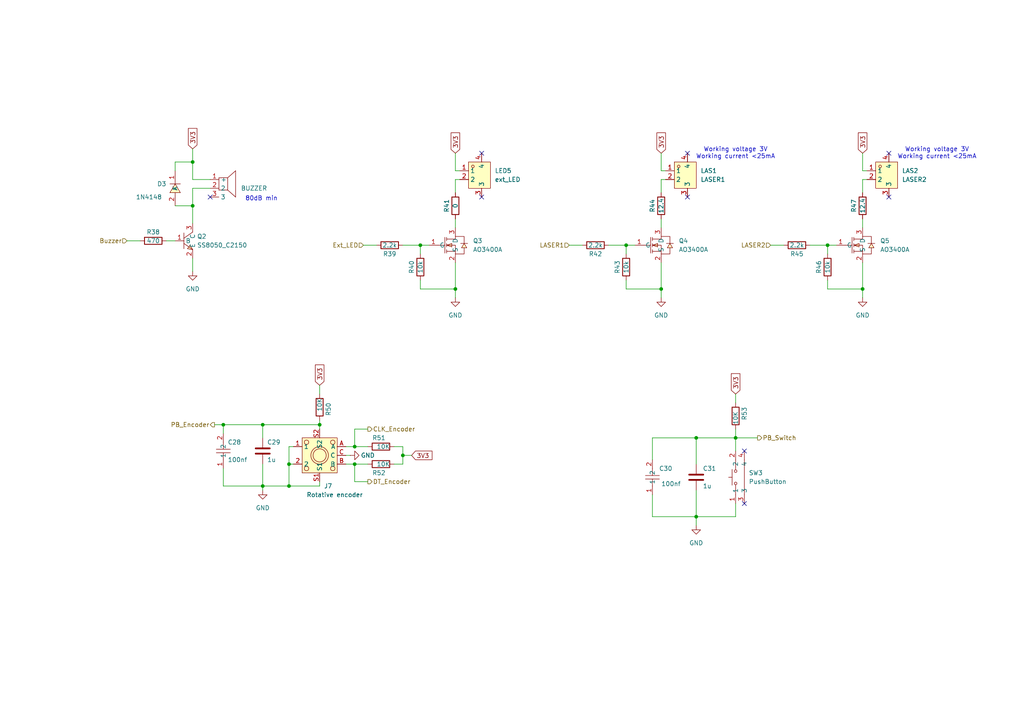
<source format=kicad_sch>
(kicad_sch (version 20250114) (generator "eeschema") (generator_version "9.0")
  (paper "A4")
  (lib_symbols
    (symbol "Device:C" (pin_numbers (hide yes)) (pin_names (offset 0.254))
      (property "Reference" "C" (at 0.635 2.54 0))
      (property "Value" "C" (at 0.635 -2.54 0))
      (symbol "C_0_1"
        (polyline (pts (xy -2.032 0.762) (xy 2.032 0.762)) (stroke (width 0.508)))
        (polyline (pts (xy -2.032 -0.762) (xy 2.032 -0.762)) (stroke (width 0.508)))
      )
      (symbol "C_1_1"
        (pin passive line (at 0 3.81 270) (length 2.794) (name "~") (number "1"))
        (pin passive line (at 0 -3.81 90) (length 2.794) (name "~") (number "2"))
      )
    )
    (symbol "Device:R" (pin_numbers (hide yes)) (pin_names (offset 0))
      (property "Reference" "R" (at 2.032 0 90))
      (property "Value" "R" (at 0 0 90))
      (symbol "R_0_1"
        (rectangle (start -1.016 -2.54) (end 1.016 2.54) (stroke (width 0.254)))
      )
      (symbol "R_1_1"
        (pin passive line (at 0 3.81 270) (length 1.27) (name "~") (number "1"))
        (pin passive line (at 0 -3.81 90) (length 1.27) (name "~") (number "2"))
      )
    )
    (symbol "easyeda2kicad:1N4148W_C81598"
      (property "Reference" "D" (at 0 5.08 0))
      (property "Value" "1N4148W_C81598" (at 0 -5.08 0))
      (symbol "1N4148W_C81598_0_1"
        (polyline (pts (xy -1.27 -1.52) (xy -1.27 1.52)))
        (polyline (pts (xy 1.27 1.52) (xy -1.27 0) (xy 1.27 -1.52) (xy 1.27 1.52)) (fill (type background)))
        (pin unspecified line (at -5.08 0 0) (length 3.81) (name "K") (number "1"))
        (pin unspecified line (at 5.08 0 180) (length 3.81) (name "A") (number "2"))
      )
    )
    (symbol "easyeda2kicad:ED08905M-FE15C7.0-C10-2053"
      (property "Reference" "U" (at 0 12.7 0))
      (property "Value" "ED08905M-FE15C7.0-C10-2053" (at 0 -12.7 0))
      (symbol "ED08905M-FE15C7.0-C10-2053_0_1"
        (rectangle (start -5.08 5.08) (end 5.08 -5.08) (fill (type background)))
        (circle (center -3.81 3.81) (radius 0.64))
        (circle (center -3.81 -3.81) (radius 0.64))
        (circle (center 0 0) (radius 1.91))
        (circle (center 0 0) (radius 2.54))
        (circle (center 3.81 3.81) (radius 0.64))
        (circle (center 3.81 -3.81) (radius 0.64))
        (pin unspecified line (at -7.62 0 0) (length 2.54) (name "S1") (number "S1"))
        (pin unspecified line (at -2.54 7.62 270) (length 2.54) (name "2") (number "2"))
        (pin unspecified line (at -2.54 -7.62 90) (length 2.54) (name "B") (number "B"))
        (pin unspecified line (at 0 -7.62 90) (length 2.54) (name "C") (number "C"))
        (pin unspecified line (at 2.54 7.62 270) (length 2.54) (name "1") (number "1"))
        (pin unspecified line (at 2.54 -7.62 90) (length 2.54) (name "A") (number "A"))
        (pin unspecified line (at 7.62 0 180) (length 2.54) (name "S2") (number "S2"))
      )
    )
    (symbol "easyeda2kicad:FST-5025"
      (property "Reference" "BUZZER" (at 0 7.62 0))
      (property "Value" "FST-5025" (at 0 -7.62 0))
      (symbol "FST-5025_0_1"
        (polyline (pts (xy 0 3.05) (xy 0 -0.51)))
        (polyline (pts (xy 0 3.05) (xy 2.54 3.05)))
        (polyline (pts (xy 0 -0.51) (xy 2.54 -0.51)))
        (polyline (pts (xy 2.54 3.05) (xy 2.54 -0.51)))
        (polyline (pts (xy 2.54 -0.51) (xy 4.83 -2.54)))
        (polyline (pts (xy 4.83 5.08) (xy 2.54 3.05)))
        (polyline (pts (xy 4.83 5.08) (xy 4.83 -2.54)))
        (pin unspecified line (at -2.54 2.54 0) (length 2.54) (name "+") (number "1"))
        (pin unspecified line (at -2.54 0 0) (length 2.54) (name "2") (number "2"))
        (pin unspecified line (at -2.54 -2.54 0) (length 2.54) (name "3") (number "3"))
      )
    )
    (symbol "easyeda2kicad:SKHHNJA010"
      (property "Reference" "SW" (at 0 5.08 0))
      (property "Value" "SKHHNJA010" (at 0 -7.62 0))
      (symbol "SKHHNJA010_0_1"
        (polyline (pts (xy -5.08 -2.54) (xy 5.08 -2.54)))
        (polyline (pts (xy -2.29 1.02) (xy 2.29 1.02)))
        (polyline (pts (xy -2.29 0) (xy -5.08 0)))
        (circle (center -1.78 0) (radius 0.38))
        (polyline (pts (xy 0 1.02) (xy 0 2.03)))
        (circle (center 1.78 0) (radius 0.38))
        (polyline (pts (xy 2.29 0) (xy 5.08 0) (xy 5.08 0)))
        (pin unspecified line (at -7.62 0 0) (length 2.54) (name "1") (number "1"))
        (pin unspecified line (at -7.62 -2.54 0) (length 2.54) (name "3") (number "3"))
        (pin unspecified line (at 7.62 0 180) (length 2.54) (name "2") (number "2"))
        (pin unspecified line (at 7.62 -2.54 180) (length 2.54) (name "4") (number "4"))
      )
    )
    (symbol "easyeda2kicad:SS8050_C2150"
      (property "Reference" "Q" (at 0 10.16 0))
      (property "Value" "SS8050_C2150" (at 0 -10.16 0))
      (symbol "SS8050_C2150_0_1"
        (polyline (pts (xy -2.54 2.29) (xy -2.54 -2.29)))
        (polyline (pts (xy -2.54 -0.76) (xy 0 -2.54)))
        (polyline (pts (xy 0 2.54) (xy -2.54 0.76)))
        (polyline (pts (xy 0 -2.54) (xy -0.76 -1.27) (xy -1.52 -2.29) (xy 0 -2.54)) (fill (type background)))
        (pin unspecified line (at -5.08 0 0) (length 2.54) (name "B") (number "1"))
        (pin unspecified line (at 0 5.08 270) (length 2.54) (name "C") (number "3"))
        (pin unspecified line (at 0 -5.08 90) (length 2.54) (name "E") (number "2"))
      )
    )
    (symbol "easyeda2kicad:WAFER-MX1.25-2PWB"
      (property "Reference" "U" (at 0 11.43 0))
      (property "Value" "WAFER-MX1.25-2PWB" (at 0 -11.43 0))
      (symbol "WAFER-MX1.25-2PWB_0_1"
        (rectangle (start -1.27 3.81) (end 5.08 -3.81) (fill (type background)))
        (circle (center 0 2.54) (radius 0.38))
        (pin unspecified line (at -3.81 1.27 0) (length 2.54) (name "1") (number "1"))
        (pin unspecified line (at -3.81 -1.27 0) (length 2.54) (name "2") (number "2"))
        (pin unspecified line (at 2.54 6.35 270) (length 2.54) (name "4") (number "4"))
        (pin unspecified line (at 2.54 -6.35 90) (length 2.54) (name "3") (number "3"))
      )
    )
    (symbol "jlcpcb_parts:AO3400A"
      (property "Reference" "Q" (at 0 10.16 0))
      (property "Value" "AO3400A" (at 0 -10.16 0))
      (symbol "AO3400A_0_1"
        (polyline (pts (xy -2.54 0) (xy -0.51 0)))
        (polyline (pts (xy -0.51 2.29) (xy -0.51 -2.29)))
        (polyline (pts (xy 0 2.29) (xy 0 1.27)))
        (polyline (pts (xy 0 1.78) (xy 2.54 1.78) (xy 2.54 2.54) (xy 5.08 2.54) (xy 5.08 0.51)))
        (polyline (pts (xy 0 0) (xy 1.52 -0.51) (xy 1.52 0.51) (xy 0 0)) (fill (type background)))
        (polyline (pts (xy 0 0) (xy 2.54 0) (xy 2.54 -2.54) (xy 5.08 -2.54) (xy 5.08 -0.76)))
        (polyline (pts (xy 0 -0.51) (xy 0 0.51)))
        (polyline (pts (xy 0 -2.29) (xy 0 -1.27)))
        (polyline (pts (xy 2.54 -1.78) (xy 0 -1.78)))
        (polyline (pts (xy 5.08 0.51) (xy 4.32 -0.76) (xy 5.84 -0.76) (xy 5.08 0.51)) (fill (type background)))
        (polyline (pts (xy 6.1 0.51) (xy 5.59 0.51) (xy 4.57 0.51) (xy 4.06 0.51)))
        (pin unspecified line (at -5.08 0 0) (length 2.54) (name "G") (number "1"))
        (pin unspecified line (at 2.54 5.08 270) (length 2.54) (name "D") (number "3"))
        (pin unspecified line (at 2.54 -5.08 90) (length 2.54) (name "S") (number "2"))
      )
    )
    (symbol "jlcpcb_parts:CC0603KRX7R9BB104"
      (property "Reference" "C" (at 0 5.08 0))
      (property "Value" "CC0603KRX7R9BB104" (at 0 -5.08 0))
      (symbol "CC0603KRX7R9BB104_0_1"
        (polyline (pts (xy -0.51 0) (xy -2.54 0)))
        (polyline (pts (xy -0.51 -2.03) (xy -0.51 2.03)))
        (polyline (pts (xy 0.51 2.03) (xy 0.51 -2.03)))
        (polyline (pts (xy 2.54 0) (xy 0.51 0)))
        (pin unspecified line (at -5.08 0 0) (length 2.54) (name "1") (number "1"))
        (pin unspecified line (at 5.08 0 180) (length 2.54) (name "2") (number "2"))
      )
    )
    (symbol "power:GND" (power) (pin_numbers (hide yes)) (pin_names (offset 0) (hide yes))
      (property "Value" "GND" (at 0 -3.81 0))
      (symbol "GND_0_1"
        (polyline (pts (xy 0 0) (xy 0 -1.27) (xy 1.27 -1.27) (xy 0 -2.54) (xy -1.27 -1.27) (xy 0 -1.27)))
      )
      (symbol "GND_1_1"
        (pin power_in line (at 0 0 270) (length 0) (name "~") (number "1"))
      )
    )
  )
  (text "Working voltage 3V\nWorking current <25mA" (at 271.78 44.45 0) (effects (font (size 1.27 1.27))))
  (text "Working voltage 3V\nWorking current <25mA" (at 213.36 44.45 0) (effects (font (size 1.27 1.27))))
  (text "80dB min" (at 71.12 58.42 0) (effects (font (size 1.27 1.27)) (justify left bottom)))
  (junction (at 240.03 71.12))
  (junction (at 201.93 127))
  (junction (at 83.82 140.97))
  (junction (at 55.88 59.69))
  (junction (at 92.71 123.19))
  (junction (at 102.87 134.62))
  (junction (at 83.82 134.62))
  (junction (at 250.19 83.82))
  (junction (at 64.77 123.19))
  (junction (at 213.36 127))
  (junction (at 132.08 83.82))
  (junction (at 116.84 132.08))
  (junction (at 76.2 140.97))
  (junction (at 181.61 71.12))
  (junction (at 191.77 83.82))
  (junction (at 55.88 46.99))
  (junction (at 201.93 149.86))
  (junction (at 76.2 123.19))
  (junction (at 121.92 71.12))
  (junction (at 102.87 129.54))
  (no_connect (at 139.7 44.45))
  (no_connect (at 60.96 57.15))
  (no_connect (at 215.9 146.05))
  (no_connect (at 257.81 44.45))
  (no_connect (at 139.7 57.15))
  (no_connect (at 199.39 57.15))
  (no_connect (at 215.9 130.81))
  (no_connect (at 257.81 57.15))
  (no_connect (at 199.39 44.45))
  (wire (pts (xy 50.8 49.53) (xy 50.8 46.99)))
  (wire (pts (xy 102.87 139.7) (xy 102.87 134.62)))
  (wire (pts (xy 76.2 134.62) (xy 76.2 140.97)))
  (wire (pts (xy 250.19 52.07) (xy 250.19 55.88)))
  (wire (pts (xy 223.52 71.12) (xy 227.33 71.12)))
  (wire (pts (xy 83.82 129.54) (xy 83.82 134.62)))
  (wire (pts (xy 106.68 139.7) (xy 102.87 139.7)))
  (wire (pts (xy 83.82 129.54) (xy 85.09 129.54)))
  (wire (pts (xy 92.71 140.97) (xy 92.71 139.7)))
  (wire (pts (xy 165.1 71.12) (xy 168.91 71.12)))
  (wire (pts (xy 55.88 54.61) (xy 55.88 59.69)))
  (wire (pts (xy 100.33 132.08) (xy 101.6 132.08)))
  (wire (pts (xy 191.77 63.5) (xy 191.77 66.04)))
  (wire (pts (xy 106.68 134.62) (xy 102.87 134.62)))
  (wire (pts (xy 50.8 59.69) (xy 55.88 59.69)))
  (wire (pts (xy 102.87 129.54) (xy 106.68 129.54)))
  (wire (pts (xy 102.87 124.46) (xy 106.68 124.46)))
  (wire (pts (xy 240.03 71.12) (xy 242.57 71.12)))
  (wire (pts (xy 83.82 140.97) (xy 92.71 140.97)))
  (wire (pts (xy 189.23 127) (xy 201.93 127)))
  (wire (pts (xy 121.92 71.12) (xy 124.46 71.12)))
  (wire (pts (xy 64.77 135.89) (xy 64.77 140.97)))
  (wire (pts (xy 116.84 71.12) (xy 121.92 71.12)))
  (wire (pts (xy 189.23 149.86) (xy 201.93 149.86)))
  (wire (pts (xy 250.19 83.82) (xy 250.19 86.36)))
  (wire (pts (xy 191.77 52.07) (xy 193.04 52.07)))
  (wire (pts (xy 102.87 129.54) (xy 102.87 124.46)))
  (wire (pts (xy 191.77 49.53) (xy 193.04 49.53)))
  (wire (pts (xy 213.36 114.3) (xy 213.36 116.84)))
  (wire (pts (xy 55.88 43.18) (xy 55.88 46.99)))
  (wire (pts (xy 132.08 76.2) (xy 132.08 83.82)))
  (wire (pts (xy 48.26 69.85) (xy 50.8 69.85)))
  (wire (pts (xy 181.61 71.12) (xy 184.15 71.12)))
  (wire (pts (xy 132.08 52.07) (xy 133.35 52.07)))
  (wire (pts (xy 55.88 59.69) (xy 55.88 64.77)))
  (wire (pts (xy 92.71 123.19) (xy 92.71 124.46)))
  (wire (pts (xy 105.41 71.12) (xy 109.22 71.12)))
  (wire (pts (xy 250.19 63.5) (xy 250.19 66.04)))
  (wire (pts (xy 121.92 81.28) (xy 121.92 83.82)))
  (wire (pts (xy 121.92 71.12) (xy 121.92 73.66)))
  (wire (pts (xy 76.2 123.19) (xy 92.71 123.19)))
  (wire (pts (xy 250.19 76.2) (xy 250.19 83.82)))
  (wire (pts (xy 189.23 143.51) (xy 189.23 149.86)))
  (wire (pts (xy 114.3 129.54) (xy 116.84 129.54)))
  (wire (pts (xy 116.84 129.54) (xy 116.84 132.08)))
  (wire (pts (xy 213.36 127) (xy 219.71 127)))
  (wire (pts (xy 201.93 134.62) (xy 201.93 127)))
  (wire (pts (xy 234.95 71.12) (xy 240.03 71.12)))
  (wire (pts (xy 250.19 52.07) (xy 251.46 52.07)))
  (wire (pts (xy 213.36 127) (xy 213.36 124.46)))
  (wire (pts (xy 191.77 76.2) (xy 191.77 83.82)))
  (wire (pts (xy 240.03 71.12) (xy 240.03 73.66)))
  (wire (pts (xy 116.84 132.08) (xy 116.84 134.62)))
  (wire (pts (xy 181.61 81.28) (xy 181.61 83.82)))
  (wire (pts (xy 83.82 134.62) (xy 85.09 134.62)))
  (wire (pts (xy 213.36 127) (xy 213.36 130.81)))
  (wire (pts (xy 191.77 52.07) (xy 191.77 55.88)))
  (wire (pts (xy 114.3 134.62) (xy 116.84 134.62)))
  (wire (pts (xy 132.08 83.82) (xy 121.92 83.82)))
  (wire (pts (xy 181.61 71.12) (xy 181.61 73.66)))
  (wire (pts (xy 250.19 83.82) (xy 240.03 83.82)))
  (wire (pts (xy 64.77 123.19) (xy 76.2 123.19)))
  (wire (pts (xy 55.88 52.07) (xy 60.96 52.07)))
  (wire (pts (xy 62.23 123.19) (xy 64.77 123.19)))
  (wire (pts (xy 191.77 83.82) (xy 181.61 83.82)))
  (wire (pts (xy 116.84 132.08) (xy 119.38 132.08)))
  (wire (pts (xy 176.53 71.12) (xy 181.61 71.12)))
  (wire (pts (xy 201.93 127) (xy 213.36 127)))
  (wire (pts (xy 189.23 133.35) (xy 189.23 127)))
  (wire (pts (xy 55.88 74.93) (xy 55.88 78.74)))
  (wire (pts (xy 76.2 140.97) (xy 83.82 140.97)))
  (wire (pts (xy 100.33 129.54) (xy 102.87 129.54)))
  (wire (pts (xy 201.93 149.86) (xy 213.36 149.86)))
  (wire (pts (xy 201.93 142.24) (xy 201.93 149.86)))
  (wire (pts (xy 240.03 81.28) (xy 240.03 83.82)))
  (wire (pts (xy 92.71 111.76) (xy 92.71 114.3)))
  (wire (pts (xy 191.77 44.45) (xy 191.77 49.53)))
  (wire (pts (xy 55.88 46.99) (xy 55.88 52.07)))
  (wire (pts (xy 191.77 83.82) (xy 191.77 86.36)))
  (wire (pts (xy 132.08 44.45) (xy 132.08 49.53)))
  (wire (pts (xy 250.19 49.53) (xy 251.46 49.53)))
  (wire (pts (xy 132.08 83.82) (xy 132.08 86.36)))
  (wire (pts (xy 36.83 69.85) (xy 40.64 69.85)))
  (wire (pts (xy 250.19 44.45) (xy 250.19 49.53)))
  (wire (pts (xy 132.08 49.53) (xy 133.35 49.53)))
  (wire (pts (xy 102.87 134.62) (xy 100.33 134.62)))
  (wire (pts (xy 201.93 149.86) (xy 201.93 152.4)))
  (wire (pts (xy 64.77 125.73) (xy 64.77 123.19)))
  (wire (pts (xy 60.96 54.61) (xy 55.88 54.61)))
  (wire (pts (xy 132.08 52.07) (xy 132.08 55.88)))
  (wire (pts (xy 83.82 134.62) (xy 83.82 140.97)))
  (wire (pts (xy 92.71 121.92) (xy 92.71 123.19)))
  (wire (pts (xy 132.08 63.5) (xy 132.08 66.04)))
  (wire (pts (xy 50.8 46.99) (xy 55.88 46.99)))
  (wire (pts (xy 76.2 140.97) (xy 76.2 142.24)))
  (wire (pts (xy 64.77 140.97) (xy 76.2 140.97)))
  (wire (pts (xy 213.36 149.86) (xy 213.36 146.05)))
  (wire (pts (xy 76.2 127) (xy 76.2 123.19)))
  (global_label "3V3" (shape input) (at 213.36 114.3 90) (property "Intersheetrefs" "${INTERSHEET_REFS}" (effects (hide yes))))
  (global_label "3V3" (shape input) (at 119.38 132.08 0) (property "Intersheetrefs" "${INTERSHEET_REFS}" (effects (hide yes))))
  (global_label "3V3" (shape input) (at 191.77 44.45 90) (property "Intersheetrefs" "${INTERSHEET_REFS}" (effects (hide yes))))
  (global_label "3V3" (shape input) (at 132.08 44.45 90) (property "Intersheetrefs" "${INTERSHEET_REFS}" (effects (hide yes))))
  (global_label "3V3" (shape input) (at 55.88 43.18 90) (property "Intersheetrefs" "${INTERSHEET_REFS}" (effects (hide yes))))
  (global_label "3V3" (shape input) (at 92.71 111.76 90) (property "Intersheetrefs" "${INTERSHEET_REFS}" (effects (hide yes))))
  (global_label "3V3" (shape input) (at 250.19 44.45 90) (property "Intersheetrefs" "${INTERSHEET_REFS}" (effects (hide yes))))
  (hierarchical_label "PB_Encoder" (shape output) (at 62.23 123.19 180) (effects (font (thickness 0.1588))))
  (hierarchical_label "PB_Switch" (shape output) (at 219.71 127 0) (effects (font (thickness 0.1588))))
  (hierarchical_label "Buzzer" (shape input) (at 36.83 69.85 180))
  (hierarchical_label "LASER2" (shape input) (at 223.52 71.12 180))
  (hierarchical_label "Ext_LED" (shape input) (at 105.41 71.12 180))
  (hierarchical_label "DT_Encoder" (shape output) (at 106.68 139.7 0) (effects (font (thickness 0.1588))))
  (hierarchical_label "LASER1" (shape input) (at 165.1 71.12 180))
  (hierarchical_label "CLK_Encoder" (shape output) (at 106.68 124.46 0) (effects (font (thickness 0.1588))))
  (symbol (lib_id "Device:C") (at 76.2 130.81 0) (unit 1)
    (property "Reference" "C29" (at 77.47 128.27 0) (effects (justify left)))
    (property "Value" "1u" (at 77.47 133.35 0) (effects (justify left)))
    (property "Footprint" "easyeda2kicad:C0603" (effects (hide yes)))
    (property "LCSC part" "C15849" (effects (hide yes)))
  )
  (symbol (lib_id "Device:R") (at 250.19 59.69 0) (mirror y) (unit 1)
    (property "Reference" "R47" (at 247.65 59.69 90))
    (property "Value" "12.4" (at 250.19 59.69 90))
    (property "Footprint" "easyeda2kicad:R0603" (effects (hide yes)))
    (property "Description" "R>12Ohm, P>7.5mW" (effects (hide yes)))
    (property "LCSC Part" "C22786" (effects (hide yes)))
  )
  (symbol (lib_id "Device:R") (at 44.45 69.85 90) (unit 1)
    (property "Reference" "R38" (at 44.45 67.31 90))
    (property "Value" "470" (at 44.45 69.85 90))
    (property "Footprint" "easyeda2kicad:R0603" (effects (hide yes)))
    (property "LCSC" "C441919" (effects (hide yes)))
  )
  (symbol (lib_id "Device:R") (at 132.08 59.69 0) (mirror y) (unit 1)
    (property "Reference" "R41" (at 129.54 59.69 90))
    (property "Value" "0" (at 132.08 59.69 90))
    (property "Footprint" "easyeda2kicad:R0603" (effects (hide yes)))
    (property "LCSC Part" "C17888" (effects (hide yes)))
  )
  (symbol (lib_id "power:GND") (at 191.77 86.36 0) (unit 1)
    (property "Reference" "#PWR016" (effects (hide yes)))
    (property "Value" "GND" (at 191.77 91.44 0))
    (property "Description" "Power symbol creates a global label with name \"GND\" , ground" (effects (hide yes)))
  )
  (symbol (lib_id "power:GND") (at 101.6 132.08 90) (unit 1)
    (property "Reference" "#PWR019" (effects (hide yes)))
    (property "Value" "GND" (at 106.68 132.08 90))
    (property "Description" "Power symbol creates a global label with name \"GND\" , ground" (effects (hide yes)))
  )
  (symbol (lib_id "easyeda2kicad:1N4148W_C81598") (at 50.8 54.61 90) (mirror x) (unit 1)
    (property "Reference" "D3" (at 48.26 53.34 90) (effects (justify left)))
    (property "Value" "1N4148" (at 46.99 57.15 90) (effects (justify left)))
    (property "Footprint" "easyeda2kicad:SOD-123F_L2.7-W1.6-LS3.8-RD" (effects (hide yes)))
    (property "Datasheet" "https://lcsc.com/product-detail/Switching-Diode_1N4148W_C81598.html" (effects (hide yes)))
    (property "LCSC Part" "C81598" (effects (hide yes)))
    (property "LCSC" "C81598" (effects (hide yes)))
  )
  (symbol (lib_id "easyeda2kicad:ED08905M-FE15C7.0-C10-2053") (at 92.71 132.08 90) (unit 1)
    (property "Reference" "J7" (at 93.98 140.97 90) (effects (justify right)))
    (property "Value" "Rotative encoder" (at 88.9 143.51 90) (effects (justify right)))
    (property "Footprint" "easyeda2kicad:SW-TH_CTR_ED08905M-FE15C7.0-C10-2053" (effects (hide yes)))
    (property "Description" "ED08905M-FE15C7.0-C10-2053" (effects (hide yes)))
    (property "LCSC Part" "C18213469" (effects (hide yes)))
  )
  (symbol (lib_id "Device:C") (at 201.93 138.43 0) (unit 1)
    (property "Reference" "C31" (at 203.835 135.89 0) (effects (justify left)))
    (property "Value" "1u" (at 203.835 140.97 0) (effects (justify left)))
    (property "Footprint" "easyeda2kicad:C0603" (effects (hide yes)))
    (property "LCSC part" "C15849" (effects (hide yes)))
  )
  (symbol (lib_id "easyeda2kicad:SS8050_C2150") (at 55.88 69.85 0) (unit 1)
    (property "Reference" "Q2" (at 57.15 68.58 0) (effects (justify left)))
    (property "Value" "SS8050_C2150" (at 57.15 71.12 0) (effects (justify left)))
    (property "Footprint" "easyeda2kicad:SOT-23-3_L2.9-W1.3-P1.90-LS2.4-BR" (effects (hide yes)))
    (property "Datasheet" "https://lcsc.com/product-detail/Transistors-NPN-PNP_SS8050-Y1-200-350_C2150.html" (effects (hide yes)))
    (property "LCSC Part" "C2150" (effects (hide yes)))
    (property "LCSC" "C2150" (effects (hide yes)))
  )
  (symbol (lib_id "Device:R") (at 121.92 77.47 180) (unit 1)
    (property "Reference" "R40" (at 119.38 77.47 90))
    (property "Value" "10k" (at 121.92 77.47 90))
    (property "Footprint" "easyeda2kicad:R0603" (effects (hide yes)))
    (property "LCSC Part" "C25804" (effects (hide yes)))
  )
  (symbol (lib_id "Device:R") (at 240.03 77.47 180) (unit 1)
    (property "Reference" "R46" (at 237.49 77.47 90))
    (property "Value" "10k" (at 240.03 77.47 90))
    (property "Footprint" "easyeda2kicad:R0603" (effects (hide yes)))
    (property "LCSC Part" "C25804" (effects (hide yes)))
  )
  (symbol (lib_id "Device:R") (at 191.77 59.69 0) (mirror y) (unit 1)
    (property "Reference" "R44" (at 189.23 59.69 90))
    (property "Value" "12.4" (at 191.77 59.69 90))
    (property "Footprint" "easyeda2kicad:R0603" (effects (hide yes)))
    (property "Description" "R>12Ohm, P>7.5mW" (effects (hide yes)))
    (property "LCSC Part" "C22786" (effects (hide yes)))
  )
  (symbol (lib_id "power:GND") (at 201.93 152.4 0) (unit 1)
    (property "Reference" "#PWR020" (effects (hide yes)))
    (property "Value" "GND" (at 201.93 157.48 0))
    (property "Description" "Power symbol creates a global label with name \"GND\" , ground" (effects (hide yes)))
  )
  (symbol (lib_id "jlcpcb_parts:CC0603KRX7R9BB104") (at 64.77 130.81 90) (unit 1)
    (property "Reference" "C28" (at 66.04 128.27 90) (effects (justify right)))
    (property "Value" "100nf" (at 66.04 133.35 90) (effects (justify right)))
    (property "Footprint" "easyeda2kicad:C0603" (effects (hide yes)))
    (property "Datasheet" "https://lcsc.com/product-detail/Multilayer-Ceramic-Capacitors-MLCC-SMD-SMT_100nF-104-10-50V_C14663.html" (effects (hide yes)))
    (property "LCSC Part" "C14663" (effects (hide yes)))
  )
  (symbol (lib_id "power:GND") (at 76.2 142.24 0) (unit 1)
    (property "Reference" "#PWR018" (effects (hide yes)))
    (property "Value" "GND" (at 76.2 147.32 0))
    (property "Description" "Power symbol creates a global label with name \"GND\" , ground" (effects (hide yes)))
  )
  (symbol (lib_id "easyeda2kicad:WAFER-MX1.25-2PWB") (at 137.16 50.8 0) (unit 1)
    (property "Reference" "LED5" (at 143.51 49.5299 0) (effects (justify left)))
    (property "Value" "ext_LED" (at 143.51 52.0699 0) (effects (justify left)))
    (property "Footprint" "easyeda2kicad:CONN-SMD_2P-P1.25_XUNPU_WAFER-MX1.25-2PWB" (effects (hide yes)))
    (property "Description" "WAFER-MX1.25-2PWB" (effects (hide yes)))
    (property "LCSC Part" "C3029359" (effects (hide yes)))
  )
  (symbol (lib_id "easyeda2kicad:FST-5025") (at 63.5 54.61 0) (unit 1)
    (property "Reference" "BUZZER1" (effects (hide yes)))
    (property "Value" "BUZZER" (at 69.85 54.61 0) (effects (justify left)))
    (property "Footprint" "easyeda2kicad:BUZ-SMD_FST-5025" (effects (hide yes)))
    (property "Datasheet" "https://lcsc.com/product-detail/Buzzers_FST-FST-5025_C391030.html" (effects (hide yes)))
    (property "Description" "FST-5025" (effects (hide yes)))
    (property "LCSC Part" "C391030" (effects (hide yes)))
    (property "LCSC" "C391030" (effects (hide yes)))
  )
  (symbol (lib_id "Device:R") (at 113.03 71.12 270) (unit 1)
    (property "Reference" "R39" (at 113.03 73.66 90))
    (property "Value" "2.2k" (at 113.03 71.12 90))
    (property "Footprint" "easyeda2kicad:R0603" (effects (hide yes)))
    (property "LCSC Part" "C4190" (effects (hide yes)))
  )
  (symbol (lib_id "easyeda2kicad:WAFER-MX1.25-2PWB") (at 196.85 50.8 0) (unit 1)
    (property "Reference" "LAS1" (at 203.2 49.5299 0) (effects (justify left)))
    (property "Value" "LASER1" (at 203.2 52.0699 0) (effects (justify left)))
    (property "Footprint" "easyeda2kicad:CONN-SMD_2P-P1.25_XUNPU_WAFER-MX1.25-2PWB" (effects (hide yes)))
    (property "Description" "WAFER-MX1.25-2PWB" (effects (hide yes)))
    (property "LCSC Part" "C3029359" (effects (hide yes)))
  )
  (symbol (lib_id "jlcpcb_parts:AO3400A") (at 247.65 71.12 0) (unit 1)
    (property "Reference" "Q5" (at 255.27 69.85 0) (effects (justify left)))
    (property "Value" "AO3400A" (at 255.27 72.39 0) (effects (justify left)))
    (property "Footprint" "easyeda2kicad:SOT-23-3_L2.9-W1.3-P1.90-LS2.4-BR" (effects (hide yes)))
    (property "Datasheet" "https://lcsc.com/product-detail/MOSFET_AOS_AO3400A_AO3400A_C20917.html" (effects (hide yes)))
    (property "LCSC Part" "C20917" (effects (hide yes)))
  )
  (symbol (lib_id "easyeda2kicad:WAFER-MX1.25-2PWB") (at 255.27 50.8 0) (unit 1)
    (property "Reference" "LAS2" (at 261.62 49.5299 0) (effects (justify left)))
    (property "Value" "LASER2" (at 261.62 52.0699 0) (effects (justify left)))
    (property "Footprint" "easyeda2kicad:CONN-SMD_2P-P1.25_XUNPU_WAFER-MX1.25-2PWB" (effects (hide yes)))
    (property "Description" "WAFER-MX1.25-2PWB" (effects (hide yes)))
    (property "LCSC Part" "C3029359" (effects (hide yes)))
  )
  (symbol (lib_id "jlcpcb_parts:AO3400A") (at 129.54 71.12 0) (unit 1)
    (property "Reference" "Q3" (at 137.16 69.85 0) (effects (justify left)))
    (property "Value" "AO3400A" (at 137.16 72.39 0) (effects (justify left)))
    (property "Footprint" "easyeda2kicad:SOT-23-3_L2.9-W1.3-P1.90-LS2.4-BR" (effects (hide yes)))
    (property "Datasheet" "https://lcsc.com/product-detail/MOSFET_AOS_AO3400A_AO3400A_C20917.html" (effects (hide yes)))
    (property "LCSC Part" "C20917" (effects (hide yes)))
  )
  (symbol (lib_id "Device:R") (at 92.71 118.11 0) (unit 1)
    (property "Reference" "R50" (at 95.25 120.65 90) (effects (justify left)))
    (property "Value" "10K" (at 92.71 119.38 90) (effects (justify left)))
    (property "Footprint" "easyeda2kicad:R0603" (effects (hide yes)))
    (property "LCSC Part" "C25804" (effects (hide yes)))
  )
  (symbol (lib_id "Device:R") (at 110.49 134.62 270) (unit 1)
    (property "Reference" "R52" (at 107.95 137.16 90) (effects (justify left)))
    (property "Value" "10K" (at 109.22 134.62 90) (effects (justify left)))
    (property "Footprint" "easyeda2kicad:R0603" (effects (hide yes)))
    (property "LCSC Part" "C25804" (effects (hide yes)))
  )
  (symbol (lib_id "Device:R") (at 181.61 77.47 180) (unit 1)
    (property "Reference" "R43" (at 179.07 77.47 90))
    (property "Value" "10k" (at 181.61 77.47 90))
    (property "Footprint" "easyeda2kicad:R0603" (effects (hide yes)))
    (property "LCSC Part" "C25804" (effects (hide yes)))
  )
  (symbol (lib_id "jlcpcb_parts:CC0603KRX7R9BB104") (at 189.23 138.43 90) (unit 1)
    (property "Reference" "C30" (at 191.135 135.89 90) (effects (justify right)))
    (property "Value" "100nf" (at 191.77 140.335 90) (effects (justify right)))
    (property "Footprint" "easyeda2kicad:C0603" (effects (hide yes)))
    (property "Datasheet" "https://lcsc.com/product-detail/Multilayer-Ceramic-Capacitors-MLCC-SMD-SMT_100nF-104-10-50V_C14663.html" (effects (hide yes)))
    (property "LCSC Part" "C14663" (effects (hide yes)))
  )
  (symbol (lib_id "jlcpcb_parts:AO3400A") (at 189.23 71.12 0) (unit 1)
    (property "Reference" "Q4" (at 196.85 69.85 0) (effects (justify left)))
    (property "Value" "AO3400A" (at 196.85 72.39 0) (effects (justify left)))
    (property "Footprint" "easyeda2kicad:SOT-23-3_L2.9-W1.3-P1.90-LS2.4-BR" (effects (hide yes)))
    (property "Datasheet" "https://lcsc.com/product-detail/MOSFET_AOS_AO3400A_AO3400A_C20917.html" (effects (hide yes)))
    (property "LCSC Part" "C20917" (effects (hide yes)))
  )
  (symbol (lib_id "Device:R") (at 231.14 71.12 270) (unit 1)
    (property "Reference" "R45" (at 231.14 73.66 90))
    (property "Value" "2.2k" (at 231.14 71.12 90))
    (property "Footprint" "easyeda2kicad:R0603" (effects (hide yes)))
    (property "LCSC Part" "C4190" (effects (hide yes)))
  )
  (symbol (lib_id "Device:R") (at 213.36 120.65 0) (unit 1)
    (property "Reference" "R53" (at 215.9 121.92 90) (effects (justify left)))
    (property "Value" "10K" (at 213.36 123.19 90) (effects (justify left)))
    (property "Footprint" "easyeda2kicad:R0603" (effects (hide yes)))
    (property "LCSC Part" "C25804" (effects (hide yes)))
  )
  (symbol (lib_id "power:GND") (at 250.19 86.36 0) (unit 1)
    (property "Reference" "#PWR017" (effects (hide yes)))
    (property "Value" "GND" (at 250.19 91.44 0))
    (property "Description" "Power symbol creates a global label with name \"GND\" , ground" (effects (hide yes)))
  )
  (symbol (lib_id "power:GND") (at 55.88 78.74 0) (unit 1)
    (property "Reference" "#PWR014" (effects (hide yes)))
    (property "Value" "GND" (at 55.88 83.82 0))
    (property "Description" "Power symbol creates a global label with name \"GND\" , ground" (effects (hide yes)))
  )
  (symbol (lib_id "easyeda2kicad:SKHHNJA010") (at 213.36 138.43 90) (unit 1)
    (property "Reference" "SW3" (at 217.17 137.1599 90) (effects (justify right)))
    (property "Value" "PushButton" (at 217.17 139.6999 90) (effects (justify right)))
    (property "Footprint" "easyeda2kicad:SW-TH_SKHHNJA010" (effects (hide yes)))
    (property "Description" "SKHHNJA010" (effects (hide yes)))
    (property "LCSC Part" "C470264" (effects (hide yes)))
  )
  (symbol (lib_id "power:GND") (at 132.08 86.36 0) (unit 1)
    (property "Reference" "#PWR015" (effects (hide yes)))
    (property "Value" "GND" (at 132.08 91.44 0))
    (property "Description" "Power symbol creates a global label with name \"GND\" , ground" (effects (hide yes)))
  )
  (symbol (lib_id "Device:R") (at 110.49 129.54 270) (unit 1)
    (property "Reference" "R51" (at 107.95 127 90) (effects (justify left)))
    (property "Value" "10K" (at 109.22 129.54 90) (effects (justify left)))
    (property "Footprint" "easyeda2kicad:R0603" (effects (hide yes)))
    (property "LCSC Part" "C25804" (effects (hide yes)))
  )
  (symbol (lib_id "Device:R") (at 172.72 71.12 270) (unit 1)
    (property "Reference" "R42" (at 172.72 73.66 90))
    (property "Value" "2.2k" (at 172.72 71.12 90))
    (property "Footprint" "easyeda2kicad:R0603" (effects (hide yes)))
    (property "LCSC Part" "C4190" (effects (hide yes)))
  )
)
</source>
